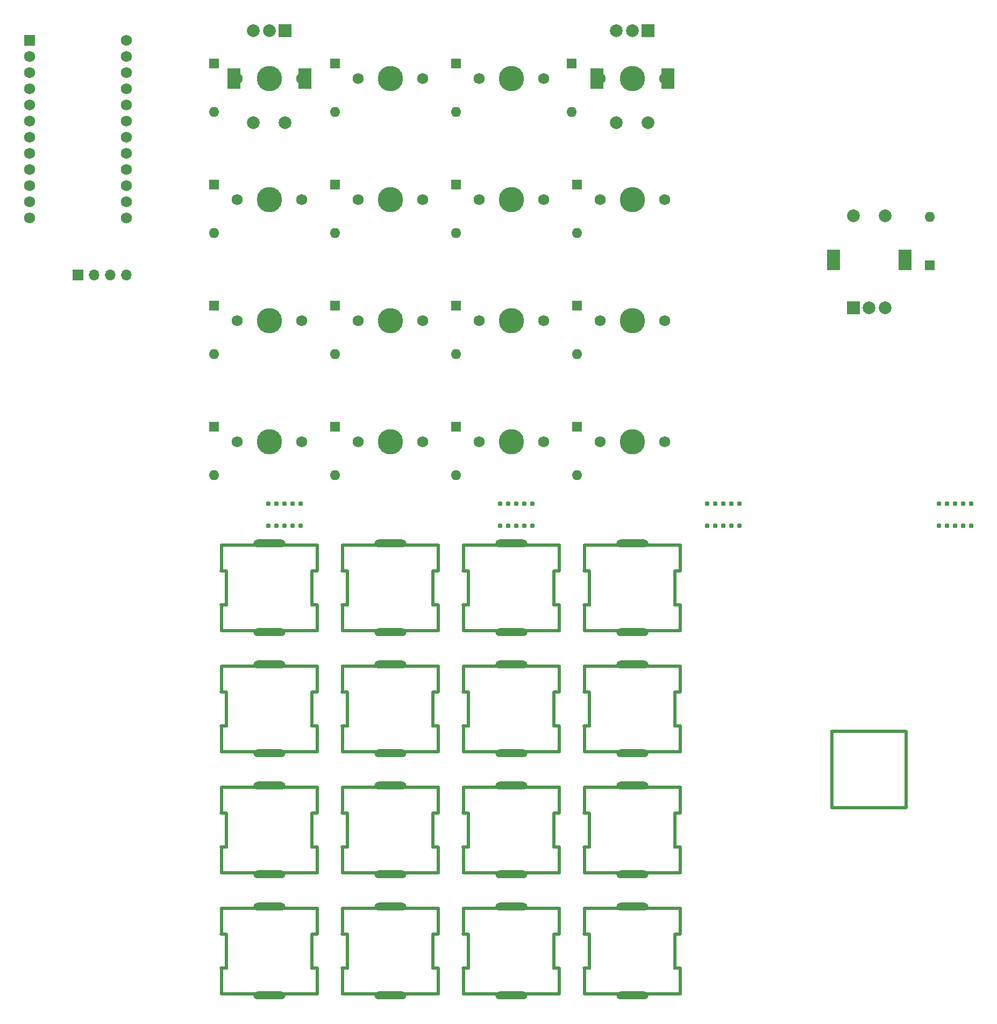
<source format=gts>
%TF.GenerationSoftware,KiCad,Pcbnew,(5.1.9)-1*%
%TF.CreationDate,2021-04-16T17:12:59+08:00*%
%TF.ProjectId,Retrograde Pad 2,52657472-6f67-4726-9164-652050616420,rev?*%
%TF.SameCoordinates,Original*%
%TF.FileFunction,Soldermask,Top*%
%TF.FilePolarity,Negative*%
%FSLAX46Y46*%
G04 Gerber Fmt 4.6, Leading zero omitted, Abs format (unit mm)*
G04 Created by KiCad (PCBNEW (5.1.9)-1) date 2021-04-16 17:12:59*
%MOMM*%
%LPD*%
G01*
G04 APERTURE LIST*
%ADD10C,0.787400*%
%ADD11O,1.333500X0.508000*%
%ADD12O,5.080000X1.270000*%
%ADD13O,0.508000X5.842000*%
%ADD14O,0.508000X4.572000*%
%ADD15O,15.595600X0.508000*%
%ADD16O,0.500000X12.500000*%
%ADD17O,0.508000X12.500000*%
%ADD18O,12.200000X0.508000*%
%ADD19O,12.200000X0.500000*%
%ADD20R,2.000000X2.000000*%
%ADD21C,2.000000*%
%ADD22R,2.000000X3.200000*%
%ADD23R,1.752600X1.752600*%
%ADD24C,1.752600*%
%ADD25R,1.700000X1.700000*%
%ADD26O,1.700000X1.700000*%
%ADD27C,1.750000*%
%ADD28C,3.987800*%
%ADD29R,1.600000X1.600000*%
%ADD30O,1.600000X1.600000*%
G04 APERTURE END LIST*
D10*
%TO.C,REF\u002A\u002A*%
X65087500Y-100552250D03*
X66357500Y-100552250D03*
X67627500Y-100552250D03*
X63817500Y-100552250D03*
X62547500Y-100552250D03*
%TD*%
%TO.C,REF\u002A\u002A*%
X67627500Y-97091500D03*
X66357500Y-97091500D03*
X62547500Y-97091500D03*
X63817500Y-97091500D03*
X65087500Y-97091500D03*
%TD*%
%TO.C,REF\u002A\u002A*%
X101600000Y-100552250D03*
X102870000Y-100552250D03*
X104140000Y-100552250D03*
X100330000Y-100552250D03*
X99060000Y-100552250D03*
%TD*%
%TO.C,REF\u002A\u002A*%
X104140000Y-97091500D03*
X102870000Y-97091500D03*
X99060000Y-97091500D03*
X100330000Y-97091500D03*
X101600000Y-97091500D03*
%TD*%
%TO.C,REF\u002A\u002A*%
X170656250Y-100552250D03*
X171926250Y-100552250D03*
X173196250Y-100552250D03*
X169386250Y-100552250D03*
X168116250Y-100552250D03*
%TD*%
%TO.C,REF\u002A\u002A*%
X173196250Y-97091500D03*
X171926250Y-97091500D03*
X168116250Y-97091500D03*
X169386250Y-97091500D03*
X170656250Y-97091500D03*
%TD*%
%TO.C,REF\u002A\u002A*%
X134143750Y-97091500D03*
X132873750Y-97091500D03*
X131603750Y-97091500D03*
X135413750Y-97091500D03*
X136683750Y-97091500D03*
%TD*%
%TO.C,REF\u002A\u002A*%
X131603750Y-100552250D03*
X132873750Y-100552250D03*
X136683750Y-100552250D03*
X135413750Y-100552250D03*
X134143750Y-100552250D03*
%TD*%
D11*
%TO.C,REF\u002A\u002A*%
X88900000Y-170148250D03*
X74612500Y-170148250D03*
X88900000Y-164814250D03*
X74612500Y-164814250D03*
D12*
X81756250Y-174466250D03*
X81756250Y-160496250D03*
D13*
X75025250Y-167481250D03*
X88487250Y-167481250D03*
D14*
X74199750Y-172180250D03*
X89312750Y-172180250D03*
X89312750Y-162782250D03*
X74199750Y-162782250D03*
D15*
X81756250Y-174212250D03*
X81756250Y-160750250D03*
%TD*%
%TO.C,REF\u002A\u002A*%
X62706250Y-160750250D03*
X62706250Y-174212250D03*
D14*
X55149750Y-162782250D03*
X70262750Y-162782250D03*
X70262750Y-172180250D03*
X55149750Y-172180250D03*
D13*
X69437250Y-167481250D03*
X55975250Y-167481250D03*
D12*
X62706250Y-160496250D03*
X62706250Y-174466250D03*
D11*
X55562500Y-164814250D03*
X69850000Y-164814250D03*
X55562500Y-170148250D03*
X69850000Y-170148250D03*
%TD*%
%TO.C,REF\u002A\u002A*%
X127000000Y-170148250D03*
X112712500Y-170148250D03*
X127000000Y-164814250D03*
X112712500Y-164814250D03*
D12*
X119856250Y-174466250D03*
X119856250Y-160496250D03*
D13*
X113125250Y-167481250D03*
X126587250Y-167481250D03*
D14*
X112299750Y-172180250D03*
X127412750Y-172180250D03*
X127412750Y-162782250D03*
X112299750Y-162782250D03*
D15*
X119856250Y-174212250D03*
X119856250Y-160750250D03*
%TD*%
D11*
%TO.C,REF\u002A\u002A*%
X107950000Y-170148250D03*
X93662500Y-170148250D03*
X107950000Y-164814250D03*
X93662500Y-164814250D03*
D12*
X100806250Y-174466250D03*
X100806250Y-160496250D03*
D13*
X94075250Y-167481250D03*
X107537250Y-167481250D03*
D14*
X93249750Y-172180250D03*
X108362750Y-172180250D03*
X108362750Y-162782250D03*
X93249750Y-162782250D03*
D15*
X100806250Y-174212250D03*
X100806250Y-160750250D03*
%TD*%
D11*
%TO.C,REF\u002A\u002A*%
X88900000Y-151098250D03*
X74612500Y-151098250D03*
X88900000Y-145764250D03*
X74612500Y-145764250D03*
D12*
X81756250Y-155416250D03*
X81756250Y-141446250D03*
D13*
X75025250Y-148431250D03*
X88487250Y-148431250D03*
D14*
X74199750Y-153130250D03*
X89312750Y-153130250D03*
X89312750Y-143732250D03*
X74199750Y-143732250D03*
D15*
X81756250Y-155162250D03*
X81756250Y-141700250D03*
%TD*%
%TO.C,REF\u002A\u002A*%
X62706250Y-141700250D03*
X62706250Y-155162250D03*
D14*
X55149750Y-143732250D03*
X70262750Y-143732250D03*
X70262750Y-153130250D03*
X55149750Y-153130250D03*
D13*
X69437250Y-148431250D03*
X55975250Y-148431250D03*
D12*
X62706250Y-141446250D03*
X62706250Y-155416250D03*
D11*
X55562500Y-145764250D03*
X69850000Y-145764250D03*
X55562500Y-151098250D03*
X69850000Y-151098250D03*
%TD*%
%TO.C,REF\u002A\u002A*%
X127000000Y-151098250D03*
X112712500Y-151098250D03*
X127000000Y-145764250D03*
X112712500Y-145764250D03*
D12*
X119856250Y-155416250D03*
X119856250Y-141446250D03*
D13*
X113125250Y-148431250D03*
X126587250Y-148431250D03*
D14*
X112299750Y-153130250D03*
X127412750Y-153130250D03*
X127412750Y-143732250D03*
X112299750Y-143732250D03*
D15*
X119856250Y-155162250D03*
X119856250Y-141700250D03*
%TD*%
D11*
%TO.C,REF\u002A\u002A*%
X107950000Y-151098250D03*
X93662500Y-151098250D03*
X107950000Y-145764250D03*
X93662500Y-145764250D03*
D12*
X100806250Y-155416250D03*
X100806250Y-141446250D03*
D13*
X94075250Y-148431250D03*
X107537250Y-148431250D03*
D14*
X93249750Y-153130250D03*
X108362750Y-153130250D03*
X108362750Y-143732250D03*
X93249750Y-143732250D03*
D15*
X100806250Y-155162250D03*
X100806250Y-141700250D03*
%TD*%
%TO.C,REF\u002A\u002A*%
X62706250Y-122650250D03*
X62706250Y-136112250D03*
D14*
X55149750Y-124682250D03*
X70262750Y-124682250D03*
X70262750Y-134080250D03*
X55149750Y-134080250D03*
D13*
X69437250Y-129381250D03*
X55975250Y-129381250D03*
D12*
X62706250Y-122396250D03*
X62706250Y-136366250D03*
D11*
X55562500Y-126714250D03*
X69850000Y-126714250D03*
X55562500Y-132048250D03*
X69850000Y-132048250D03*
%TD*%
D15*
%TO.C,REF\u002A\u002A*%
X81756250Y-122650250D03*
X81756250Y-136112250D03*
D14*
X74199750Y-124682250D03*
X89312750Y-124682250D03*
X89312750Y-134080250D03*
X74199750Y-134080250D03*
D13*
X88487250Y-129381250D03*
X75025250Y-129381250D03*
D12*
X81756250Y-122396250D03*
X81756250Y-136366250D03*
D11*
X74612500Y-126714250D03*
X88900000Y-126714250D03*
X74612500Y-132048250D03*
X88900000Y-132048250D03*
%TD*%
D15*
%TO.C,REF\u002A\u002A*%
X100806250Y-122650250D03*
X100806250Y-136112250D03*
D14*
X93249750Y-124682250D03*
X108362750Y-124682250D03*
X108362750Y-134080250D03*
X93249750Y-134080250D03*
D13*
X107537250Y-129381250D03*
X94075250Y-129381250D03*
D12*
X100806250Y-122396250D03*
X100806250Y-136366250D03*
D11*
X93662500Y-126714250D03*
X107950000Y-126714250D03*
X93662500Y-132048250D03*
X107950000Y-132048250D03*
%TD*%
D15*
%TO.C,REF\u002A\u002A*%
X119856250Y-122650250D03*
X119856250Y-136112250D03*
D14*
X112299750Y-124682250D03*
X127412750Y-124682250D03*
X127412750Y-134080250D03*
X112299750Y-134080250D03*
D13*
X126587250Y-129381250D03*
X113125250Y-129381250D03*
D12*
X119856250Y-122396250D03*
X119856250Y-136366250D03*
D11*
X112712500Y-126714250D03*
X127000000Y-126714250D03*
X112712500Y-132048250D03*
X127000000Y-132048250D03*
%TD*%
D15*
%TO.C,REF\u002A\u002A*%
X119856250Y-103600250D03*
X119856250Y-117062250D03*
D14*
X112299750Y-105632250D03*
X127412750Y-105632250D03*
X127412750Y-115030250D03*
X112299750Y-115030250D03*
D13*
X126587250Y-110331250D03*
X113125250Y-110331250D03*
D12*
X119856250Y-103346250D03*
X119856250Y-117316250D03*
D11*
X112712500Y-107664250D03*
X127000000Y-107664250D03*
X112712500Y-112998250D03*
X127000000Y-112998250D03*
%TD*%
D15*
%TO.C,REF\u002A\u002A*%
X100806250Y-103600250D03*
X100806250Y-117062250D03*
D14*
X93249750Y-105632250D03*
X108362750Y-105632250D03*
X108362750Y-115030250D03*
X93249750Y-115030250D03*
D13*
X107537250Y-110331250D03*
X94075250Y-110331250D03*
D12*
X100806250Y-103346250D03*
X100806250Y-117316250D03*
D11*
X93662500Y-107664250D03*
X107950000Y-107664250D03*
X93662500Y-112998250D03*
X107950000Y-112998250D03*
%TD*%
D15*
%TO.C,REF\u002A\u002A*%
X81756250Y-103600250D03*
X81756250Y-117062250D03*
D14*
X74199750Y-105632250D03*
X89312750Y-105632250D03*
X89312750Y-115030250D03*
X74199750Y-115030250D03*
D13*
X88487250Y-110331250D03*
X75025250Y-110331250D03*
D12*
X81756250Y-103346250D03*
X81756250Y-117316250D03*
D11*
X74612500Y-107664250D03*
X88900000Y-107664250D03*
X74612500Y-112998250D03*
X88900000Y-112998250D03*
%TD*%
%TO.C,REF\u002A\u002A*%
X69850000Y-112998250D03*
X55562500Y-112998250D03*
X69850000Y-107664250D03*
X55562500Y-107664250D03*
D12*
X62706250Y-117316250D03*
X62706250Y-103346250D03*
D13*
X55975250Y-110331250D03*
X69437250Y-110331250D03*
D14*
X55149750Y-115030250D03*
X70262750Y-115030250D03*
X70262750Y-105632250D03*
X55149750Y-105632250D03*
D15*
X62706250Y-117062250D03*
X62706250Y-103600250D03*
%TD*%
D16*
%TO.C,REF\u002A\u002A*%
X151312500Y-138906250D03*
D17*
X163012500Y-138906250D03*
D18*
X157162500Y-144906250D03*
D19*
X157162500Y-132906250D03*
%TD*%
D20*
%TO.C,SW2*%
X65206250Y-22662500D03*
D21*
X62706250Y-22662500D03*
X60206250Y-22662500D03*
D22*
X68306250Y-30162500D03*
X57106250Y-30162500D03*
D21*
X65206250Y-37162500D03*
X60206250Y-37162500D03*
%TD*%
%TO.C,SW3*%
X117355750Y-37162500D03*
X122355750Y-37162500D03*
D22*
X114255750Y-30162500D03*
X125455750Y-30162500D03*
D21*
X117355750Y-22662500D03*
X119855750Y-22662500D03*
D20*
X122355750Y-22662500D03*
%TD*%
D21*
%TO.C,SW1*%
X159662750Y-51737500D03*
X154662750Y-51737500D03*
D22*
X162762750Y-58737500D03*
X151562750Y-58737500D03*
D21*
X159662750Y-66237500D03*
X157162750Y-66237500D03*
D20*
X154662750Y-66237500D03*
%TD*%
D23*
%TO.C,U1*%
X24923750Y-24130000D03*
D24*
X24923750Y-26670000D03*
X24923750Y-29210000D03*
X24923750Y-31750000D03*
X24923750Y-34290000D03*
X24923750Y-36830000D03*
X24923750Y-39370000D03*
X24923750Y-41910000D03*
X24923750Y-44450000D03*
X24923750Y-46990000D03*
X24923750Y-49530000D03*
X40163750Y-52070000D03*
X40163750Y-49530000D03*
X40163750Y-46990000D03*
X40163750Y-44450000D03*
X40163750Y-41910000D03*
X40163750Y-39370000D03*
X40163750Y-36830000D03*
X40163750Y-34290000D03*
X40163750Y-31750000D03*
X40163750Y-29210000D03*
X40163750Y-26670000D03*
X24923750Y-52070000D03*
X40163750Y-24130000D03*
%TD*%
D25*
%TO.C,J-OLED1*%
X32543750Y-61118800D03*
D26*
X35083750Y-61118800D03*
X37623750Y-61118800D03*
X40163750Y-61118800D03*
%TD*%
D27*
%TO.C,MX1*%
X57626250Y-30162500D03*
X67786250Y-30162500D03*
D28*
X62706250Y-30162500D03*
%TD*%
%TO.C,MX2*%
X62706250Y-49212500D03*
D27*
X67786250Y-49212500D03*
X57626250Y-49212500D03*
%TD*%
%TO.C,MX3*%
X57626250Y-68262000D03*
X67786250Y-68262000D03*
D28*
X62706250Y-68262000D03*
%TD*%
%TO.C,MX4*%
X62706250Y-87312000D03*
D27*
X67786250Y-87312000D03*
X57626250Y-87312000D03*
%TD*%
%TO.C,MX5*%
X76675750Y-30162500D03*
X86835750Y-30162500D03*
D28*
X81755750Y-30162500D03*
%TD*%
%TO.C,MX6*%
X81755750Y-49212500D03*
D27*
X86835750Y-49212500D03*
X76675750Y-49212500D03*
%TD*%
%TO.C,MX7*%
X76675750Y-68262000D03*
X86835750Y-68262000D03*
D28*
X81755750Y-68262000D03*
%TD*%
%TO.C,MX8*%
X81755750Y-87312000D03*
D27*
X86835750Y-87312000D03*
X76675750Y-87312000D03*
%TD*%
%TO.C,MX9*%
X95725750Y-30162500D03*
X105885750Y-30162500D03*
D28*
X100805750Y-30162500D03*
%TD*%
%TO.C,MX10*%
X100805750Y-49212500D03*
D27*
X105885750Y-49212500D03*
X95725750Y-49212500D03*
%TD*%
%TO.C,MX11*%
X95725750Y-68262000D03*
X105885750Y-68262000D03*
D28*
X100805750Y-68262000D03*
%TD*%
%TO.C,MX12*%
X100805750Y-87312000D03*
D27*
X105885750Y-87312000D03*
X95725750Y-87312000D03*
%TD*%
%TO.C,MX13*%
X114775750Y-30162500D03*
X124935750Y-30162500D03*
D28*
X119855750Y-30162500D03*
%TD*%
%TO.C,MX14*%
X119855750Y-49212500D03*
D27*
X124935750Y-49212500D03*
X114775750Y-49212500D03*
%TD*%
%TO.C,MX15*%
X114775750Y-68262000D03*
X124935750Y-68262000D03*
D28*
X119855750Y-68262000D03*
%TD*%
%TO.C,MX16*%
X119855750Y-87312000D03*
D27*
X124935750Y-87312000D03*
X114775750Y-87312000D03*
%TD*%
D29*
%TO.C,D1*%
X166687750Y-59531200D03*
D30*
X166687750Y-51911200D03*
%TD*%
%TO.C,D2*%
X53974950Y-35401200D03*
D29*
X53974950Y-27781200D03*
%TD*%
D30*
%TO.C,D3*%
X53974950Y-54451200D03*
D29*
X53974950Y-46831200D03*
%TD*%
%TO.C,D4*%
X53974950Y-65881200D03*
D30*
X53974950Y-73501200D03*
%TD*%
D29*
%TO.C,D5*%
X53974950Y-84931000D03*
D30*
X53974950Y-92551000D03*
%TD*%
D29*
%TO.C,D6*%
X73024750Y-27781200D03*
D30*
X73024750Y-35401200D03*
%TD*%
D29*
%TO.C,D7*%
X73024750Y-46831200D03*
D30*
X73024750Y-54451200D03*
%TD*%
%TO.C,D8*%
X73024750Y-73501200D03*
D29*
X73024750Y-65881200D03*
%TD*%
D30*
%TO.C,D9*%
X73024750Y-92551000D03*
D29*
X73024750Y-84931000D03*
%TD*%
D30*
%TO.C,D10*%
X92074750Y-35401200D03*
D29*
X92074750Y-27781200D03*
%TD*%
D30*
%TO.C,D11*%
X92074750Y-54451200D03*
D29*
X92074750Y-46831200D03*
%TD*%
%TO.C,D12*%
X92074750Y-65881200D03*
D30*
X92074750Y-73501200D03*
%TD*%
D29*
%TO.C,D13*%
X92074750Y-84931000D03*
D30*
X92074750Y-92551000D03*
%TD*%
D29*
%TO.C,D14*%
X110331750Y-27781200D03*
D30*
X110331750Y-35401200D03*
%TD*%
%TO.C,D15*%
X111124750Y-54451200D03*
D29*
X111124750Y-46831200D03*
%TD*%
%TO.C,D16*%
X111124750Y-65881200D03*
D30*
X111124750Y-73501200D03*
%TD*%
%TO.C,D17*%
X111124750Y-92551000D03*
D29*
X111124750Y-84931000D03*
%TD*%
M02*

</source>
